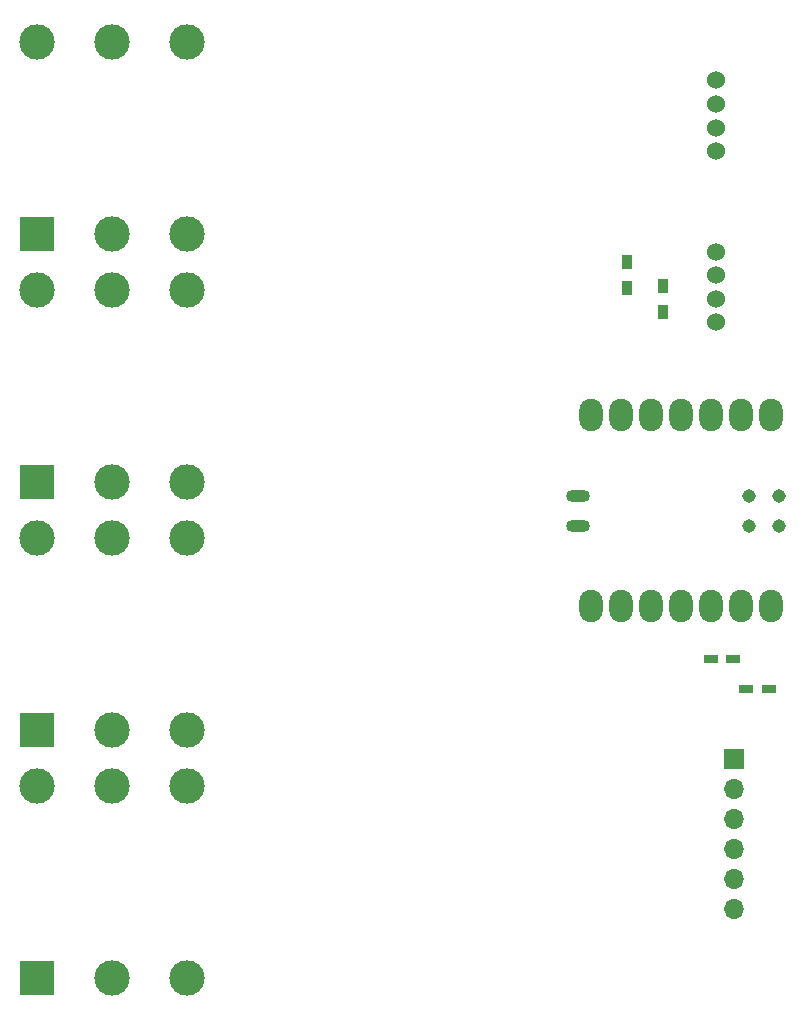
<source format=gts>
G04 #@! TF.FileFunction,Soldermask,Top*
%FSLAX46Y46*%
G04 Gerber Fmt 4.6, Leading zero omitted, Abs format (unit mm)*
G04 Created by KiCad (PCBNEW 4.0.7) date 09/24/20 20:34:46*
%MOMM*%
%LPD*%
G01*
G04 APERTURE LIST*
%ADD10C,0.200000*%
%ADD11C,1.524000*%
%ADD12R,1.200000X0.750000*%
%ADD13R,1.700000X1.700000*%
%ADD14O,1.700000X1.700000*%
%ADD15R,0.900000X1.200000*%
%ADD16O,1.998980X2.748280*%
%ADD17O,2.032000X1.016000*%
%ADD18C,1.143000*%
%ADD19C,3.000000*%
%ADD20R,3.000000X3.000000*%
G04 APERTURE END LIST*
D10*
D11*
X211000000Y-104000000D03*
X211000000Y-106000000D03*
X211000000Y-108000000D03*
X211000000Y-110000000D03*
D12*
X215450000Y-141000000D03*
X213550000Y-141000000D03*
X210550000Y-138500000D03*
X212450000Y-138500000D03*
D13*
X212500000Y-147000000D03*
D14*
X212500000Y-149540000D03*
X212500000Y-152080000D03*
X212500000Y-154620000D03*
X212500000Y-157160000D03*
X212500000Y-159700000D03*
D11*
X211000000Y-89500000D03*
X211000000Y-91500000D03*
X211000000Y-93500000D03*
X211000000Y-95500000D03*
D15*
X203500000Y-104900000D03*
X203500000Y-107100000D03*
X206500000Y-106900000D03*
X206500000Y-109100000D03*
D16*
X215617820Y-133997680D03*
X213077820Y-133997680D03*
X210537820Y-133997680D03*
X207997820Y-133997680D03*
X205457820Y-133997680D03*
X202917820Y-133997680D03*
X200377820Y-133997680D03*
X200377820Y-117833120D03*
X202917820Y-117833120D03*
X205457820Y-117833120D03*
X207997820Y-117833120D03*
X210537820Y-117833120D03*
X213077820Y-117833120D03*
X215617820Y-117833120D03*
D17*
X199300000Y-124700000D03*
X199300000Y-127250000D03*
D18*
X216304187Y-124698803D03*
X216304187Y-127238803D03*
X213764187Y-124698803D03*
X213764187Y-127238803D03*
D19*
X159850000Y-86270000D03*
X166200000Y-86270000D03*
X153500000Y-86270000D03*
X159850000Y-102500000D03*
X166200000Y-102500000D03*
D20*
X153500000Y-102500000D03*
D19*
X159850000Y-107270000D03*
X166200000Y-107270000D03*
X153500000Y-107270000D03*
X159850000Y-123500000D03*
X166200000Y-123500000D03*
D20*
X153500000Y-123500000D03*
D19*
X159850000Y-128270000D03*
X166200000Y-128270000D03*
X153500000Y-128270000D03*
X159850000Y-144500000D03*
X166200000Y-144500000D03*
D20*
X153500000Y-144500000D03*
D19*
X159850000Y-149270000D03*
X166200000Y-149270000D03*
X153500000Y-149270000D03*
X159850000Y-165500000D03*
X166200000Y-165500000D03*
D20*
X153500000Y-165500000D03*
M02*

</source>
